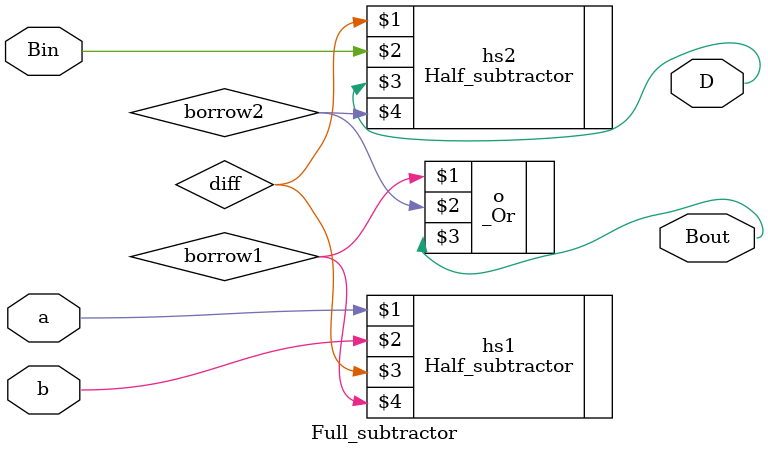
<source format=v>
module Full_subtractor(
    input a, b, Bin,
    output D, Bout
);
    wire diff, borrow1;
    Half_subtractor hs1(a, b, diff, borrow1);

    wire borrow2;
    Half_subtractor hs2(diff, Bin, D, borrow2);

    _Or o(borrow1, borrow2, Bout);
endmodule
</source>
